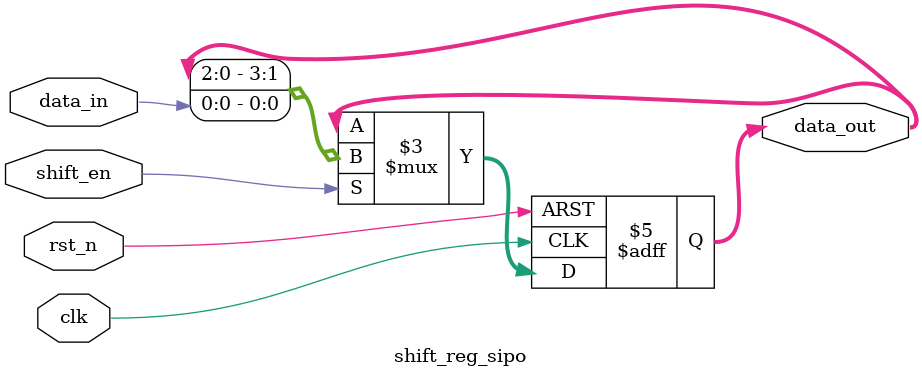
<source format=v>
module shift_reg_sipo (
    input  wire clk,
    input  wire rst_n,
    input  wire shift_en,
    input  wire data_in,     // serial input
    output reg  [3:0] data_out // parallel output
);

    always @(posedge clk or negedge rst_n) begin
        if (!rst_n)
            data_out <= 4'b0000;
        else if (shift_en)
            data_out <= {data_out[2:0], data_in};
    end

endmodule

</source>
